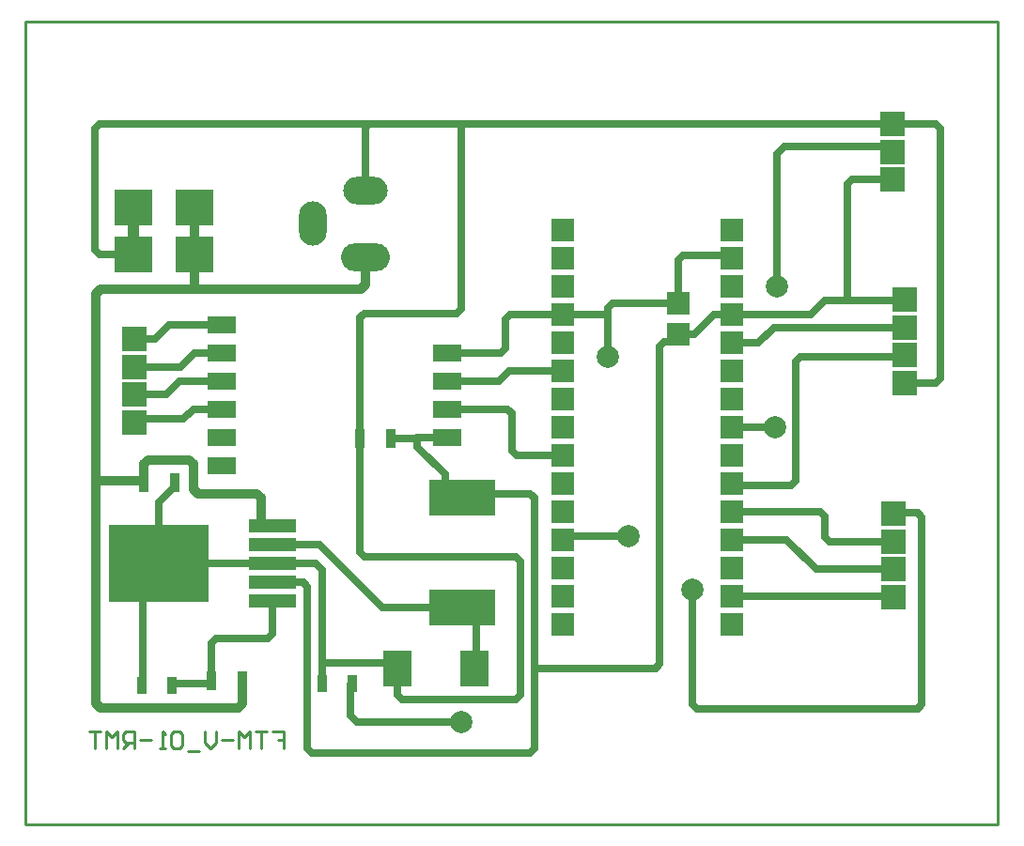
<source format=gbr>
G04*
G04 #@! TF.GenerationSoftware,Altium Limited,Altium Designer,23.1.1 (15)*
G04*
G04 Layer_Physical_Order=2*
G04 Layer_Color=16711680*
%FSLAX44Y44*%
%MOMM*%
G71*
G04*
G04 #@! TF.SameCoordinates,945C3F72-89AD-46E6-9685-04B11054D932*
G04*
G04*
G04 #@! TF.FilePolarity,Positive*
G04*
G01*
G75*
%ADD10C,0.7000*%
%ADD11R,2.0000X2.0000*%
%ADD12R,2.5400X1.5400*%
%ADD13R,2.2000X2.2000*%
%ADD14O,2.5000X4.0000*%
%ADD15O,4.4000X2.5000*%
%ADD16O,4.0000X2.5000*%
%ADD17R,3.4000X3.2000*%
%ADD18C,2.0000*%
%ADD19R,0.9500X1.7000*%
%ADD20R,2.5000X3.3000*%
%ADD21R,6.0000X3.3000*%
%ADD22R,2.0000X2.0000*%
%ADD23R,0.9000X1.5500*%
%ADD24R,4.3000X1.3000*%
%ADD25R,9.0000X7.0000*%
%ADD26C,0.2540*%
%ADD27C,1.0000*%
%ADD28C,0.8500*%
D10*
X454370Y64770D02*
X458470Y68871D01*
Y140970D01*
X254000Y68871D02*
Y214340D01*
Y68871D02*
X258100Y64770D01*
X454370D01*
X604810Y104140D02*
X803620D01*
X600710Y108240D02*
X604810Y104140D01*
X600710Y108240D02*
Y212090D01*
X571500Y145070D02*
Y431329D01*
X575601Y435430D01*
X458470Y140970D02*
X567399D01*
X585260Y435430D02*
X591810Y441980D01*
X575601Y435430D02*
X585260D01*
X567399Y140970D02*
X571500Y145070D01*
X305091Y241300D02*
X441670D01*
Y113030D02*
X445770Y117130D01*
Y237199D01*
X339120Y113030D02*
X441670D01*
Y241300D02*
X445770Y237199D01*
X300990Y245401D02*
Y347980D01*
Y245401D02*
X305091Y241300D01*
X321310Y195580D02*
X393700D01*
X230450Y252440D02*
X264450D01*
X321310Y195580D01*
X306070Y627560D02*
X308120Y629610D01*
X313220Y631660D02*
X392430D01*
X388330Y461010D02*
X392430Y465111D01*
Y631660D01*
X450380D01*
X305091Y461010D02*
X388330D01*
X306070Y571810D02*
Y627560D01*
Y631660D02*
X313220D01*
X66330D02*
X306070D01*
X428129Y425450D02*
X432229Y429551D01*
Y455639D02*
X436330Y459740D01*
X524510D01*
X379730Y425450D02*
X428129D01*
X432229Y429551D02*
Y455639D01*
X300990Y456909D02*
X305091Y461010D01*
X300990Y347980D02*
Y456909D01*
X377902Y305618D02*
X388881Y294640D01*
X353060Y340360D02*
X377902Y315518D01*
X353060Y340360D02*
Y347980D01*
X388881Y294640D02*
X393700D01*
X377902Y305618D02*
Y315518D01*
X393700Y294640D02*
X397510Y298450D01*
X328960Y347980D02*
X353060D01*
Y349250D02*
X379730D01*
X636270Y459740D02*
X707390D01*
X633730Y513080D02*
X636270Y510540D01*
X592110Y513080D02*
X633730D01*
X588010Y469930D02*
Y508979D01*
X592110Y513080D01*
X97790Y387750D02*
X126410D01*
X138710Y400050D01*
X100800Y365760D02*
X142240D01*
X97790Y362750D02*
X100800Y365760D01*
X142240D02*
X151130Y374650D01*
X116440Y437750D02*
X129540Y450850D01*
X176530D01*
X97790Y437750D02*
X116440D01*
X152400Y425450D02*
X176530D01*
X97790Y412750D02*
X139700D01*
X152400Y425450D01*
X151130Y374650D02*
X176530D01*
X138710Y400050D02*
X176530D01*
X438150Y336841D02*
X442251Y332740D01*
X438150Y336841D02*
Y370550D01*
X442251Y332740D02*
X483870D01*
X434049Y374650D02*
X438150Y370550D01*
X379730Y374650D02*
X434049D01*
X435495Y408940D02*
X483870D01*
X379730Y400050D02*
X426605D01*
X435495Y408940D01*
X119850Y290060D02*
X134650Y304860D01*
X119850Y235440D02*
Y290060D01*
X134650Y304860D02*
Y308610D01*
X222250Y171770D02*
Y201440D01*
X218150Y167670D02*
X222250Y171770D01*
X167580Y163800D02*
X171450Y167670D01*
X167580Y128230D02*
Y163800D01*
X171450Y167670D02*
X218150D01*
X119850Y235440D02*
X222250D01*
X166330Y126980D02*
X167580Y128230D01*
X132360Y126980D02*
X166330D01*
X131360Y125980D02*
X132360Y126980D01*
X131360Y125730D02*
Y125980D01*
X105420Y129540D02*
Y221010D01*
X329940Y146050D02*
X335020Y140970D01*
Y117130D02*
X339120Y113030D01*
X395295Y195580D02*
X406273Y184602D01*
X335020Y117130D02*
Y140970D01*
X267420Y146050D02*
Y229349D01*
X261329Y235440D02*
X267420Y229349D01*
X406273Y132470D02*
Y184602D01*
X368300Y191770D02*
X369570Y190500D01*
X267420Y127000D02*
Y146050D01*
X292920Y126000D02*
X293920Y127000D01*
X267420Y146050D02*
X329940D01*
X249900Y218440D02*
X254000Y214340D01*
X222250Y235440D02*
X261329D01*
X222250Y218440D02*
X249900D01*
X105420Y221010D02*
X119850Y235440D01*
X489926Y260350D02*
X543560D01*
X636270Y256540D02*
X685800D01*
X483870D02*
X486116D01*
X489926Y260350D01*
X720090Y259370D02*
X724191Y255270D01*
X782150D01*
X740410Y472440D02*
Y577560D01*
X744510Y581660D02*
X781050D01*
X683550Y611270D02*
X781050D01*
X740410Y577560D02*
X744510Y581660D01*
X450380Y631660D02*
X781050D01*
X676910Y485140D02*
Y604630D01*
X683550Y611270D01*
X524510Y459740D02*
Y465830D01*
X591810Y441980D02*
X602060D01*
X528610Y469930D02*
X588010D01*
X524510Y465830D02*
X528610Y469930D01*
X524510Y421640D02*
Y459740D01*
X789494Y397510D02*
X790294Y398310D01*
X791610Y472440D02*
X792480Y473310D01*
X790934Y421764D02*
X792480Y423310D01*
X790294Y398310D02*
X792480D01*
X636270Y281940D02*
X715990D01*
X689719Y306070D02*
X693820Y310170D01*
X803620Y281340D02*
X807720Y277239D01*
X715990Y281940D02*
X720090Y277840D01*
X783420Y281340D02*
X803620D01*
X636270Y307340D02*
X637540Y306070D01*
X689719D01*
X782150Y280070D02*
X783420Y281340D01*
X720090Y259370D02*
Y277840D01*
X685800Y256540D02*
X712270Y230070D01*
X636270Y205740D02*
X782150D01*
X712270Y230070D02*
X782352D01*
X454370Y298450D02*
X458470Y294349D01*
X785097Y421640D02*
X785221Y421764D01*
X707390Y459740D02*
X720090Y472440D01*
X674370Y448310D02*
X792480D01*
X785221Y421764D02*
X790934D01*
X740410Y472440D02*
X791610D01*
X720090D02*
X740410D01*
X697921Y421640D02*
X785097D01*
X693820Y417539D02*
X697921Y421640D01*
X693820Y310170D02*
Y417539D01*
X636270Y358140D02*
X675640D01*
X619820Y459740D02*
X636270D01*
Y434340D02*
X660400D01*
X602060Y441980D02*
X619820Y459740D01*
X660400Y434340D02*
X674370Y448310D01*
X803620Y104140D02*
X807720Y108240D01*
Y277239D01*
X792480Y398310D02*
X820129D01*
X824230Y402411D02*
Y627560D01*
X820129Y398310D02*
X824230Y402411D01*
X781050Y631660D02*
X820129D01*
X824230Y627560D01*
X397510Y298450D02*
X454370D01*
X66330Y514260D02*
X97400D01*
X292920Y98240D02*
Y126000D01*
Y98240D02*
X298450Y92710D01*
X392430D01*
X62230Y518360D02*
Y627560D01*
X66330Y631660D01*
X62230Y518360D02*
X66330Y514260D01*
X458470Y140970D02*
Y294349D01*
D11*
X636270Y535940D02*
D03*
Y510540D02*
D03*
Y485140D02*
D03*
Y459740D02*
D03*
Y434340D02*
D03*
Y408940D02*
D03*
Y383540D02*
D03*
Y358140D02*
D03*
Y332740D02*
D03*
Y307340D02*
D03*
Y281940D02*
D03*
Y256540D02*
D03*
Y231140D02*
D03*
Y205740D02*
D03*
Y180340D02*
D03*
X483870Y535940D02*
D03*
Y510540D02*
D03*
Y485140D02*
D03*
Y459740D02*
D03*
Y434340D02*
D03*
Y408940D02*
D03*
Y383540D02*
D03*
Y358140D02*
D03*
Y332740D02*
D03*
Y307340D02*
D03*
Y281940D02*
D03*
Y256540D02*
D03*
Y231140D02*
D03*
Y205740D02*
D03*
Y180340D02*
D03*
D12*
X379730Y400050D02*
D03*
Y425450D02*
D03*
Y374650D02*
D03*
Y349250D02*
D03*
X176530Y450850D02*
D03*
Y323850D02*
D03*
Y349250D02*
D03*
Y374650D02*
D03*
Y400050D02*
D03*
Y425450D02*
D03*
D13*
X782150Y230070D02*
D03*
Y205070D02*
D03*
Y255070D02*
D03*
Y280070D02*
D03*
X781050Y631660D02*
D03*
Y606660D02*
D03*
Y581660D02*
D03*
X97790Y387750D02*
D03*
Y362750D02*
D03*
Y412750D02*
D03*
Y437750D02*
D03*
X792480Y448310D02*
D03*
Y473310D02*
D03*
Y423310D02*
D03*
Y398310D02*
D03*
D14*
X259070Y541810D02*
D03*
D15*
X306070Y511810D02*
D03*
D16*
Y571810D02*
D03*
D17*
X97400Y514260D02*
D03*
X152400D02*
D03*
X97400Y556260D02*
D03*
X152400D02*
D03*
D18*
X600710Y212090D02*
D03*
X524510Y421640D02*
D03*
X675640Y358140D02*
D03*
X543560Y260350D02*
D03*
X676910Y485140D02*
D03*
X392430Y92710D02*
D03*
D19*
X134650Y308610D02*
D03*
X106650D02*
D03*
X328960Y347980D02*
D03*
X300960D02*
D03*
X195580Y129540D02*
D03*
X167580D02*
D03*
D20*
X404120Y140970D02*
D03*
X335020D02*
D03*
D21*
X393700Y294640D02*
D03*
Y195580D02*
D03*
D22*
X588010Y469930D02*
D03*
Y441930D02*
D03*
D23*
X104860Y125730D02*
D03*
X131360D02*
D03*
X293920Y127000D02*
D03*
X267420D02*
D03*
D24*
X222250Y269440D02*
D03*
Y252440D02*
D03*
Y235440D02*
D03*
Y218440D02*
D03*
Y201440D02*
D03*
D25*
X119850Y235440D02*
D03*
D26*
X0Y0D02*
X876300D01*
X0Y723900D02*
X876300D01*
Y0D02*
Y723900D01*
X0Y0D02*
Y723900D01*
X222253Y83814D02*
X232410D01*
Y76197D01*
X227332D01*
X232410D01*
Y68579D01*
X217175Y83814D02*
X207018D01*
X212097D01*
Y68579D01*
X201940D02*
Y83814D01*
X196861Y78736D01*
X191783Y83814D01*
Y68579D01*
X186705Y76197D02*
X176548D01*
X171470Y83814D02*
Y73657D01*
X166391Y68579D01*
X161313Y73657D01*
Y83814D01*
X156235Y66040D02*
X146078D01*
X141000Y81275D02*
X138460Y83814D01*
X133382D01*
X130843Y81275D01*
Y71118D01*
X133382Y68579D01*
X138460D01*
X141000Y71118D01*
Y81275D01*
X125765Y68579D02*
X120686D01*
X123225D01*
Y83814D01*
X125765Y81275D01*
X113069Y76197D02*
X102912D01*
X97833Y68579D02*
Y83814D01*
X90216D01*
X87677Y81275D01*
Y76197D01*
X90216Y73657D01*
X97833D01*
X92755D02*
X87677Y68579D01*
X82598D02*
Y83814D01*
X77520Y78736D01*
X72442Y83814D01*
Y68579D01*
X67363Y83814D02*
X57207D01*
X62285D01*
Y68579D01*
D27*
X97400Y514260D02*
Y556260D01*
D28*
X106650Y309588D02*
Y324829D01*
X147029Y328930D02*
X151130Y324829D01*
Y302551D02*
Y324829D01*
X106650D02*
X110751Y328930D01*
X147029D01*
X155231Y298450D02*
X207990D01*
X151130Y302551D02*
X155231Y298450D01*
X222250Y270220D02*
X229670D01*
X63500Y309588D02*
X106650D01*
Y308610D02*
Y309588D01*
X212090Y272440D02*
Y294349D01*
X215090Y269440D02*
X222250D01*
X212090Y272440D02*
X215090Y269440D01*
X207990Y298450D02*
X212090Y294349D01*
X63500Y309588D02*
Y478499D01*
Y109510D02*
Y309588D01*
X67600Y482600D02*
X152400D01*
X63500Y478499D02*
X67600Y482600D01*
X152400D02*
Y514260D01*
X306070Y486701D02*
Y511810D01*
X301970Y482600D02*
X306070Y486701D01*
X152400Y482600D02*
X301970D01*
X191479Y105410D02*
X195580Y109510D01*
Y127233D01*
X67600Y105410D02*
X191479D01*
X63500Y109510D02*
X67600Y105410D01*
X152400Y514260D02*
Y556260D01*
M02*

</source>
